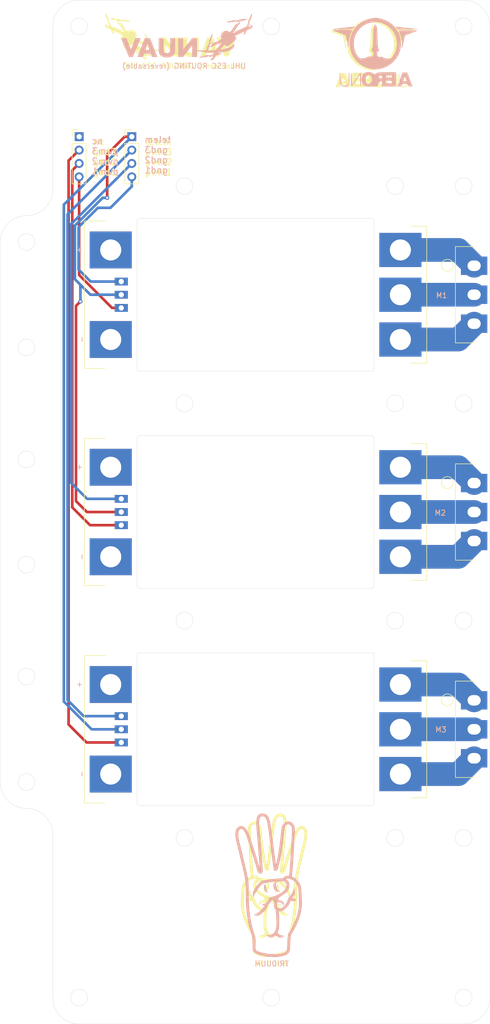
<source format=kicad_pcb>
(kicad_pcb (version 20171130) (host pcbnew 5.1.5+dfsg1-2build2)
  (layers (0 F.Cu signal) (31 B.Cu signal) (34 B.Paste user hide) (35 F.Paste user hide) (36 B.SilkS user) (37 F.SilkS user hide) (38 B.Mask user hide) (39 F.Mask user hide) (44 Edge.Cuts user))
  (net 0 "")
  (net 1 "Net-(J1-Pad1)")
  (net 2 "Net-(J1-Pad2)")
  (net 3 "Net-(J1-Pad3)")
  (net 4 GND1)
  (net 5 PWM1)
  (net 6 telem)
  (net 7 "Net-(J2-Pad1)")
  (net 8 "Net-(J3-Pad5)")
  (net 9 "Net-(J3-Pad4)")
  (net 10 PWM2)
  (net 11 GND2)
  (net 12 "Net-(J2-Pad5)")
  (net 13 "Net-(J2-Pad4)")
  (net 14 "Net-(J2-Pad3)")
  (net 15 "Net-(J2-Pad2)")
  (net 16 PWM3)
  (net 17 GND3)
  (net 18 "Net-(J4-Pad5)")
  (net 19 "Net-(J4-Pad4)")
  (net 20 "Net-(J4-Pad3)")
  (net 21 "Net-(J4-Pad2)")
  (net 22 "Net-(J4-Pad1)")
  (net 23 "Net-(J8-Pad1)")
  (module Logos:3fingers (layer B.Cu) (at 91.059 192.024 180)
    (fp_text reference G*** hide)
    (fp_text value LOGO hide)
  )
  (module Logos:3fingers (layer F.Cu) (at 91.948 192.024)
    (fp_text reference G*** hide)
    (fp_text value LOGO hide)
  )
  (module Logos:aeroNU (layer B.Cu) (at 110.998 34.29 180)
    (fp_text reference G*** hide)
    (fp_text value LOGO hide)
  )
  (module Logos:nuav7 (layer F.Cu) (at 72.39 30.988)
    (fp_text reference G*** hide)
    (fp_text value LOGO hide)
  )
  (module Logos:aeroNU (layer F.Cu) (at 110.998 34.417)
    (fp_text reference G*** hide)
    (fp_text value LOGO hide)
  )
  (module Logos:nuav7 (layer B.Cu) (at 75.438 31.115 180)
    (fp_text reference G*** hide)
    (fp_text value LOGO hide)
  )
  (module Connector_PinHeader_2.54mm:PinHeader_1x04_P2.54mm_Vertical (layer F.Cu) (at 55 50)
    (fp_text reference J8)
    (fp_text value jst2)
    (pad 4 thru_hole oval (at 0 7.62) (size 1.7 1.7) (drill 1) (layers *.Cu *.Mask) (net 4 GND1))
    (pad 3 thru_hole oval (at 0 5.08) (size 1.7 1.7) (drill 1) (layers *.Cu *.Mask) (net 17 GND3))
    (pad 2 thru_hole oval (at 0 2.54) (size 1.7 1.7) (drill 1) (layers *.Cu *.Mask) (net 11 GND2))
    (pad 1 thru_hole rect (at 0 0) (size 1.7 1.7) (drill 1) (layers *.Cu *.Mask) (net 23 "Net-(J8-Pad1)"))
  )
  (module Connector_PinHeader_2.54mm:PinHeader_1x04_P2.54mm_Vertical (layer F.Cu) (at 65 50)
    (fp_text reference J7)
    (fp_text value jst1)
    (pad 4 thru_hole oval (at 0 7.62) (size 1.7 1.7) (drill 1) (layers *.Cu *.Mask) (net 5 PWM1))
    (pad 3 thru_hole oval (at 0 5.08) (size 1.7 1.7) (drill 1) (layers *.Cu *.Mask) (net 16 PWM3))
    (pad 2 thru_hole oval (at 0 2.54) (size 1.7 1.7) (drill 1) (layers *.Cu *.Mask) (net 10 PWM2))
    (pad 1 thru_hole rect (at 0 0) (size 1.7 1.7) (drill 1) (layers *.Cu *.Mask) (net 6 telem))
  )
  (module "Custom Footprints:MR60" (layer F.Cu) (at 130 121.25 270)
    (fp_text reference J6)
    (fp_text value MR60)
    (pad 1 thru_hole rect (at -5.5 0 270) (size 3.5 5) (drill oval 2 2.5) (layers *.Cu *.Mask) (net 22 "Net-(J4-Pad1)"))
    (pad 2 thru_hole rect (at 0 0 270) (size 3.5 5) (drill oval 2 2.5) (layers *.Cu *.Mask) (net 21 "Net-(J4-Pad2)"))
    (pad 3 thru_hole rect (at 5.5 0 270) (size 3.5 5) (drill oval 2 2.5) (layers *.Cu *.Mask) (net 20 "Net-(J4-Pad3)"))
  )
  (module "Custom Footprints:MR60" (layer F.Cu) (at 130 162.5 270)
    (fp_text reference J5)
    (fp_text value MR60)
    (pad 1 thru_hole rect (at -5.5 0 270) (size 3.5 5) (drill oval 2 2.5) (layers *.Cu *.Mask) (net 7 "Net-(J2-Pad1)"))
    (pad 2 thru_hole rect (at 0 0 270) (size 3.5 5) (drill oval 2 2.5) (layers *.Cu *.Mask) (net 15 "Net-(J2-Pad2)"))
    (pad 3 thru_hole rect (at 5.5 0 270) (size 3.5 5) (drill oval 2 2.5) (layers *.Cu *.Mask) (net 14 "Net-(J2-Pad3)"))
  )
  (module "Custom Footprints:APD-ESC" (layer F.Cu) (at 115 121.25 270)
    (fp_text reference J4)
    (fp_text value "APD 120F3")
    (fp_text user _ (at 8.5 60 90) (layer B.SilkS))
    (fp_text user + (at -8.5 60 90) (layer B.SilkS))
    (pad 8 thru_hole rect (at -2.5 52 270) (size 1.5 2.5) (drill 1) (layers *.Cu *.Mask) (net 16 PWM3))
    (pad 7 thru_hole rect (at 0 52 270) (size 1.5 2.5) (drill 1) (layers *.Cu *.Mask) (net 6 telem))
    (pad 6 thru_hole rect (at 2.5 52 270) (size 1.5 2.5) (drill 1) (layers *.Cu *.Mask) (net 17 GND3))
    (pad 5 thru_hole rect (at 8.5 54 270) (size 7 8) (drill 4) (layers *.Cu *.Mask) (net 18 "Net-(J4-Pad5)"))
    (pad 4 thru_hole rect (at -8.5 54 270) (size 7 8) (drill 4) (layers *.Cu *.Mask) (net 19 "Net-(J4-Pad4)"))
    (pad 3 thru_hole rect (at 8.5 -1 270) (size 6.5 8) (drill 4) (layers *.Cu *.Mask) (net 20 "Net-(J4-Pad3)"))
    (pad 2 thru_hole rect (at 0 -1 270) (size 6.5 8) (drill 4) (layers *.Cu *.Mask) (net 21 "Net-(J4-Pad2)"))
    (pad 1 thru_hole rect (at -8.5 -1 270) (size 6.5 8) (drill 4) (layers *.Cu *.Mask) (net 22 "Net-(J4-Pad1)"))
  )
  (module "Custom Footprints:APD-ESC" (layer F.Cu) (at 115 80 270)
    (fp_text reference J3)
    (fp_text value "APD 120F3")
    (fp_text user _ (at 8.5 60 90) (layer B.SilkS))
    (fp_text user + (at -8.5 60 90) (layer B.SilkS))
    (pad 8 thru_hole rect (at -2.5 52 270) (size 1.5 2.5) (drill 1) (layers *.Cu *.Mask) (net 5 PWM1))
    (pad 7 thru_hole rect (at 0 52 270) (size 1.5 2.5) (drill 1) (layers *.Cu *.Mask) (net 6 telem))
    (pad 6 thru_hole rect (at 2.5 52 270) (size 1.5 2.5) (drill 1) (layers *.Cu *.Mask) (net 4 GND1))
    (pad 5 thru_hole rect (at 8.5 54 270) (size 7 8) (drill 4) (layers *.Cu *.Mask) (net 8 "Net-(J3-Pad5)"))
    (pad 4 thru_hole rect (at -8.5 54 270) (size 7 8) (drill 4) (layers *.Cu *.Mask) (net 9 "Net-(J3-Pad4)"))
    (pad 3 thru_hole rect (at 8.5 -1 270) (size 6.5 8) (drill 4) (layers *.Cu *.Mask) (net 3 "Net-(J1-Pad3)"))
    (pad 2 thru_hole rect (at 0 -1 270) (size 6.5 8) (drill 4) (layers *.Cu *.Mask) (net 2 "Net-(J1-Pad2)"))
    (pad 1 thru_hole rect (at -8.5 -1 270) (size 6.5 8) (drill 4) (layers *.Cu *.Mask) (net 1 "Net-(J1-Pad1)"))
  )
  (module "Custom Footprints:APD-ESC" (layer F.Cu) (at 115 162.5 270)
    (fp_text reference J2)
    (fp_text value "APD 120F3")
    (fp_text user _ (at 8.5 60 90) (layer B.SilkS))
    (fp_text user + (at -8.5 60 90) (layer B.SilkS))
    (pad 8 thru_hole rect (at -2.5 52 270) (size 1.5 2.5) (drill 1) (layers *.Cu *.Mask) (net 10 PWM2))
    (pad 7 thru_hole rect (at 0 52 270) (size 1.5 2.5) (drill 1) (layers *.Cu *.Mask) (net 6 telem))
    (pad 6 thru_hole rect (at 2.5 52 270) (size 1.5 2.5) (drill 1) (layers *.Cu *.Mask) (net 11 GND2))
    (pad 5 thru_hole rect (at 8.5 54 270) (size 7 8) (drill 4) (layers *.Cu *.Mask) (net 12 "Net-(J2-Pad5)"))
    (pad 4 thru_hole rect (at -8.5 54 270) (size 7 8) (drill 4) (layers *.Cu *.Mask) (net 13 "Net-(J2-Pad4)"))
    (pad 3 thru_hole rect (at 8.5 -1 270) (size 6.5 8) (drill 4) (layers *.Cu *.Mask) (net 14 "Net-(J2-Pad3)"))
    (pad 2 thru_hole rect (at 0 -1 270) (size 6.5 8) (drill 4) (layers *.Cu *.Mask) (net 15 "Net-(J2-Pad2)"))
    (pad 1 thru_hole rect (at -8.5 -1 270) (size 6.5 8) (drill 4) (layers *.Cu *.Mask) (net 7 "Net-(J2-Pad1)"))
  )
  (module "Custom Footprints:MR60" (layer F.Cu) (at 130 80 270)
    (fp_text reference J1)
    (fp_text value MR60)
    (pad 1 thru_hole rect (at -5.5 0 270) (size 3.5 5) (drill oval 2 2.5) (layers *.Cu *.Mask) (net 1 "Net-(J1-Pad1)"))
    (pad 2 thru_hole rect (at 0 0 270) (size 3.5 5) (drill oval 2 2.5) (layers *.Cu *.Mask) (net 2 "Net-(J1-Pad2)"))
    (pad 3 thru_hole rect (at 5.5 0 270) (size 3.5 5) (drill oval 2 2.5) (layers *.Cu *.Mask) (net 3 "Net-(J1-Pad3)"))
  )
  (gr_line (start 50 29.075) (end 50 60) (layer Edge.Cuts) (width 0.05))
  (gr_line (start 50 182.5) (end 50 213.425) (layer Edge.Cuts) (width 0.05))
  (gr_line (start 40 70) (end 40 172.5) (layer Edge.Cuts) (width 0.05))
  (gr_arc (start 45 182.5) (end 45 177.5) (angle 90) (layer Edge.Cuts) (width 0.05))
  (gr_arc (start 45 60) (end 50 60) (angle 90) (layer Edge.Cuts) (width 0.05))
  (gr_arc (start 45 172.5) (end 40 172.5) (angle -90) (layer Edge.Cuts) (width 0.05))
  (gr_arc (start 45 70) (end 45 65) (angle -90) (layer Edge.Cuts) (width 0.05))
  (gr_circle (center 45 172.5) (end 46.6 172.5) (layer Edge.Cuts) (width 0.05))
  (gr_circle (center 45 152.5) (end 46.6 152.5) (layer Edge.Cuts) (width 0.05))
  (gr_circle (center 45 131.25) (end 46.6 131.25) (layer Edge.Cuts) (width 0.05))
  (gr_circle (center 45 111.25) (end 46.6 111.25) (layer Edge.Cuts) (width 0.05))
  (gr_circle (center 45 70) (end 46.6 70) (layer Edge.Cuts) (width 0.05))
  (gr_circle (center 45 90) (end 46.6 90) (layer Edge.Cuts) (width 0.05))
  (gr_text TRIDUUM (at 91.567 207.01) (layer B.SilkS) (effects (font (size 1 1)) (justify mirror)))
  (gr_text TRIDUUM (at 91.567 207.01) (layer F.SilkS) (effects (font (size 1 1))))
  (gr_text "UHL ESC ROUTING (reversable)" (at 74.93 36.576) (layer B.SilkS) (effects (font (size 1 1)) (justify mirror)))
  (gr_text M3 (at 123.698 162.56) (layer B.SilkS) (effects (font (size 1 1))))
  (gr_text M2 (at 123.571 121.412) (layer B.SilkS) (effects (font (size 1 1))))
  (gr_text M1 (at 123.825 80.137) (layer B.SilkS) (effects (font (size 1 1))))
  (gr_text "telem\ngnd3\ngnd2\ngnd1" (at 67.31 53.467) (layer B.SilkS) (effects (font (size 1.2 1.2) (thickness 0.2)) (justify right mirror)))
  (gr_text "nc\npwm3\npwm2\npwm1" (at 57.277 53.721) (layer B.SilkS) (effects (font (size 1.2 1.2) (thickness 0.2)) (justify right mirror)))
  (gr_text "nc\ngnd3\ngnd2\ngnd1" (at 57.531 53.848) (layer F.SilkS) (effects (font (size 1.2 1.2) (thickness 0.2)) (justify left)))
  (gr_text M3 (at 123.698 162.56) (layer F.SilkS) (effects (font (size 1 1))))
  (gr_text M2 (at 123.571 121.412) (layer F.SilkS) (effects (font (size 1 1))))
  (gr_text M1 (at 123.825 80.137) (layer F.SilkS) (effects (font (size 1 1))))
  (gr_text "telem\npwm3\npwm2\npwm1" (at 67.437 53.848) (layer F.SilkS) (effects (font (size 1.2 1.2) (thickness 0.2)) (justify left)))
  (gr_text "UHL ESC ROUTING (reversable)" (at 74.93 36.576) (layer F.SilkS) (effects (font (size 1 1))))
  (gr_circle (center 115 183.125) (end 116.6 183.125) (layer Edge.Cuts) (width 0.05))
  (gr_circle (center 75 183.125) (end 76.6 183.125) (layer Edge.Cuts) (width 0.05))
  (gr_circle (center 115 141.875) (end 116.6 141.875) (layer Edge.Cuts) (width 0.05))
  (gr_circle (center 75 141.875) (end 76.6 141.875) (layer Edge.Cuts) (width 0.05))
  (gr_circle (center 115 59.375) (end 116.6 59.375) (layer Edge.Cuts) (width 0.05))
  (gr_circle (center 75 59.375) (end 76.6 59.375) (layer Edge.Cuts) (width 0.05))
  (gr_circle (center 115 100.625) (end 116.6 100.625) (layer Edge.Cuts) (width 0.05))
  (gr_circle (center 75 100.625) (end 76.6 100.625) (layer Edge.Cuts) (width 0.05))
  (gr_circle (center 128 183.125) (end 129.6 183.125) (layer Edge.Cuts) (width 0.05))
  (gr_circle (center 128 59.375) (end 129.6 59.375) (layer Edge.Cuts) (width 0.05))
  (gr_circle (center 128 141.875) (end 129.6 141.875) (layer Edge.Cuts) (width 0.05))
  (gr_circle (center 128 100.625) (end 129.6 100.625) (layer Edge.Cuts) (width 0.05))
  (gr_arc (start 128 213.425) (end 133 213.425) (angle 90) (layer Edge.Cuts) (width 0.05))
  (gr_arc (start 55 213.425) (end 50 213.425) (angle -90) (layer Edge.Cuts) (width 0.05))
  (gr_circle (center 91.5 213.425) (end 93.1 213.425) (layer Edge.Cuts) (width 0.05))
  (gr_circle (center 91.5 29.075) (end 93.1 29.075) (layer Edge.Cuts) (width 0.05))
  (gr_arc (start 128 29.075) (end 128 24.075) (angle 90) (layer Edge.Cuts) (width 0.05))
  (gr_arc (start 55 29.075) (end 55 24.075) (angle -90) (layer Edge.Cuts) (width 0.05))
  (gr_arc (start 110.5 176.5) (end 111 176.5) (angle 90) (layer Edge.Cuts) (width 0.05))
  (gr_arc (start 66.5 176.5) (end 66.5 177) (angle 90) (layer Edge.Cuts) (width 0.05))
  (gr_arc (start 66.5 148.5) (end 66.5 148) (angle -90) (layer Edge.Cuts) (width 0.05))
  (gr_arc (start 66.5 135.25) (end 66.5 135.75) (angle 90) (layer Edge.Cuts) (width 0.05))
  (gr_arc (start 110.5 135.25) (end 111 135.25) (angle 90) (layer Edge.Cuts) (width 0.05))
  (gr_arc (start 110.5 107.25) (end 111 107.25) (angle -90) (layer Edge.Cuts) (width 0.05))
  (gr_arc (start 66.5 107.25) (end 66.5 106.75) (angle -90) (layer Edge.Cuts) (width 0.05))
  (gr_arc (start 110.5 94) (end 111 94) (angle 90) (layer Edge.Cuts) (width 0.05))
  (gr_arc (start 66.5 94) (end 66 94) (angle -90) (layer Edge.Cuts) (width 0.05))
  (gr_arc (start 110.5 66) (end 110.5 65.5) (angle 90) (layer Edge.Cuts) (width 0.05))
  (gr_arc (start 66.5 66) (end 66.5 65.5) (angle -90) (layer Edge.Cuts) (width 0.05))
  (gr_line (start 66 176.5) (end 66 148.5) (layer Edge.Cuts) (width 0.05))
  (gr_line (start 66.5 177) (end 110.5 177) (layer Edge.Cuts) (width 0.05))
  (gr_line (start 111 148) (end 111 176.5) (layer Edge.Cuts) (width 0.05))
  (gr_line (start 66.5 148) (end 111 148) (layer Edge.Cuts) (width 0.05))
  (gr_line (start 66 135.25) (end 66 107.25) (layer Edge.Cuts) (width 0.05))
  (gr_line (start 66.5 135.75) (end 110.5 135.75) (layer Edge.Cuts) (width 0.05))
  (gr_line (start 111 107.25) (end 111 135.25) (layer Edge.Cuts) (width 0.05))
  (gr_line (start 66.5 106.75) (end 110.5 106.75) (layer Edge.Cuts) (width 0.05))
  (gr_line (start 66 94) (end 66 66) (layer Edge.Cuts) (width 0.05))
  (gr_line (start 110.5 94.5) (end 66.5 94.5) (layer Edge.Cuts) (width 0.05))
  (gr_line (start 111 66) (end 111 94) (layer Edge.Cuts) (width 0.05))
  (gr_line (start 66.5 65.5) (end 110.5 65.5) (layer Edge.Cuts) (width 0.05))
  (gr_circle (center 128 213.425) (end 129.6 213.425) (layer Edge.Cuts) (width 0.05))
  (gr_circle (center 55 213.425) (end 56.6 213.425) (layer Edge.Cuts) (width 0.05))
  (gr_circle (center 128 29.075) (end 129.6 29.075) (layer Edge.Cuts) (width 0.05))
  (gr_circle (center 55 29.075) (end 56.6 29.075) (layer Edge.Cuts) (width 0.05))
  (gr_line (start 55 218.425) (end 128 218.425) (layer Edge.Cuts) (width 0.05))
  (gr_line (start 133 29.075) (end 133 213.425) (layer Edge.Cuts) (width 0.05))
  (gr_line (start 55 24.075) (end 128 24.075) (layer Edge.Cuts) (width 0.05))
  (segment (start 127 71.5) (end 130 74.5) (width 4.5) (layer B.Cu) (net 1))
  (segment (start 116 71.5) (end 127 71.5) (width 4.5) (layer B.Cu) (net 1))
  (segment (start 127 71.5) (end 130 74.5) (width 4.5) (layer F.Cu) (net 1))
  (segment (start 116 71.5) (end 127 71.5) (width 4.5) (layer F.Cu) (net 1))
  (segment (start 116 80) (end 130 80) (width 4.5) (layer B.Cu) (net 2))
  (segment (start 116 80) (end 130 80) (width 4.5) (layer F.Cu) (net 2))
  (segment (start 127 88.5) (end 130 85.5) (width 4.5) (layer B.Cu) (net 3))
  (segment (start 116 88.5) (end 127 88.5) (width 4.5) (layer B.Cu) (net 3))
  (segment (start 127 88.5) (end 130 85.5) (width 4.5) (layer F.Cu) (net 3))
  (segment (start 116 88.5) (end 127 88.5) (width 4.5) (layer F.Cu) (net 3))
  (segment (start 55 58.822081) (end 55 57.62) (width 0.5) (layer F.Cu) (net 4))
  (segment (start 55 76.25) (end 55 58.822081) (width 0.5) (layer F.Cu) (net 4))
  (segment (start 61.25 82.5) (end 55 76.25) (width 0.5) (layer F.Cu) (net 4))
  (segment (start 63 82.5) (end 61.25 82.5) (width 0.5) (layer F.Cu) (net 4))
  (segment (start 54.899954 75.219954) (end 57.18 77.5) (width 0.5) (layer B.Cu) (net 5))
  (segment (start 57.18 77.5) (end 63 77.5) (width 0.5) (layer B.Cu) (net 5))
  (segment (start 54.899954 67.15997) (end 54.899954 75.219954) (width 0.5) (layer B.Cu) (net 5))
  (segment (start 58.559924 63.5) (end 54.899954 67.15997) (width 0.5) (layer B.Cu) (net 5))
  (segment (start 60.948002 63.5) (end 58.559924 63.5) (width 0.5) (layer B.Cu) (net 5))
  (segment (start 65 59.448002) (end 60.948002 63.5) (width 0.5) (layer B.Cu) (net 5))
  (segment (start 65 57.62) (end 65 59.448002) (width 0.5) (layer B.Cu) (net 5))
  (via (at 55.245 81.28) (size 0.8) (drill 0.4) (layers F.Cu B.Cu) (net 6))
  (via (at 60.325 61.595) (size 0.8) (drill 0.4) (layers F.Cu B.Cu) (net 6))
  (segment (start 52.50997 62.49003) (end 65 50) (width 0.5) (layer B.Cu) (net 6))
  (segment (start 52.099914 62.900086) (end 52.50997 62.49003) (width 0.5) (layer B.Cu) (net 6))
  (segment (start 52.099914 157.229877) (end 52.099914 62.900086) (width 0.5) (layer B.Cu) (net 6))
  (segment (start 57.370037 162.5) (end 52.099914 157.229877) (width 0.5) (layer B.Cu) (net 6))
  (segment (start 63 162.5) (end 57.370037 162.5) (width 0.5) (layer B.Cu) (net 6))
  (segment (start 54.199944 66.870018) (end 59.474961 61.595) (width 0.5) (layer B.Cu) (net 6))
  (segment (start 54.199944 77.059944) (end 54.199944 66.870018) (width 0.5) (layer B.Cu) (net 6))
  (segment (start 57.14 80) (end 54.199944 77.059944) (width 0.5) (layer B.Cu) (net 6))
  (segment (start 59.474961 61.595) (end 60.325 61.595) (width 0.5) (layer B.Cu) (net 6))
  (segment (start 63 80) (end 57.14 80) (width 0.5) (layer B.Cu) (net 6))
  (segment (start 63 121.25) (end 56.48 121.25) (width 0.5) (layer F.Cu) (net 6))
  (segment (start 56.48 121.25) (end 61.189998 121.25) (width 0.5) (layer F.Cu) (net 6))
  (segment (start 55.245 78.105) (end 54.199944 77.059944) (width 0.5) (layer B.Cu) (net 6))
  (segment (start 55.245 81.28) (end 55.245 78.105) (width 0.5) (layer B.Cu) (net 6))
  (segment (start 60.325 53.325) (end 63.65 50) (width 0.5) (layer F.Cu) (net 6))
  (segment (start 63.65 50) (end 65 50) (width 0.5) (layer F.Cu) (net 6))
  (segment (start 60.325 61.595) (end 60.325 53.325) (width 0.5) (layer F.Cu) (net 6))
  (segment (start 54.61 81.915) (end 55.245 81.28) (width 0.5) (layer F.Cu) (net 6))
  (segment (start 54.400009 82.124991) (end 54.61 81.915) (width 0.5) (layer F.Cu) (net 6))
  (segment (start 54.400009 119.170009) (end 54.400009 82.124991) (width 0.5) (layer F.Cu) (net 6))
  (segment (start 56.48 121.25) (end 54.400009 119.170009) (width 0.5) (layer F.Cu) (net 6))
  (segment (start 127 154) (end 130 157) (width 4.5) (layer B.Cu) (net 7))
  (segment (start 116 154) (end 127 154) (width 4.5) (layer B.Cu) (net 7))
  (segment (start 127 154) (end 130 157) (width 4.5) (layer F.Cu) (net 7))
  (segment (start 116 154) (end 127 154) (width 4.5) (layer F.Cu) (net 7))
  (segment (start 53.20998 64.33002) (end 65 52.54) (width 0.5) (layer B.Cu) (net 10))
  (segment (start 52.799924 64.740076) (end 53.20998 64.33002) (width 0.5) (layer B.Cu) (net 10))
  (segment (start 52.799924 156.939924) (end 52.799924 64.740076) (width 0.5) (layer B.Cu) (net 10))
  (segment (start 55.86 160) (end 52.799924 156.939924) (width 0.5) (layer B.Cu) (net 10))
  (segment (start 63 160) (end 55.86 160) (width 0.5) (layer B.Cu) (net 10))
  (segment (start 61.25 165) (end 63 165) (width 0.5) (layer F.Cu) (net 11))
  (segment (start 56.415 165) (end 61.25 165) (width 0.5) (layer F.Cu) (net 11))
  (segment (start 52.999989 161.584989) (end 56.415 165) (width 0.5) (layer F.Cu) (net 11))
  (segment (start 52.999989 54.540011) (end 52.999989 161.584989) (width 0.5) (layer F.Cu) (net 11))
  (segment (start 55 52.54) (end 52.999989 54.540011) (width 0.5) (layer F.Cu) (net 11))
  (segment (start 127 171) (end 130 168) (width 4.5) (layer B.Cu) (net 14))
  (segment (start 116 171) (end 127 171) (width 4.5) (layer B.Cu) (net 14))
  (segment (start 127 171) (end 130 168) (width 4.5) (layer F.Cu) (net 14))
  (segment (start 116 171) (end 127 171) (width 4.5) (layer F.Cu) (net 14))
  (segment (start 116 162.5) (end 130 162.5) (width 4.5) (layer B.Cu) (net 15))
  (segment (start 116 162.5) (end 130 162.5) (width 4.5) (layer F.Cu) (net 15))
  (segment (start 56.52 118.75) (end 63 118.75) (width 0.5) (layer B.Cu) (net 16))
  (segment (start 53.499934 115.729934) (end 56.52 118.75) (width 0.5) (layer B.Cu) (net 16))
  (segment (start 53.499934 66.580065) (end 53.499934 115.729934) (width 0.5) (layer B.Cu) (net 16))
  (segment (start 65 55.08) (end 53.499934 66.580065) (width 0.5) (layer B.Cu) (net 16))
  (segment (start 57.075 123.75) (end 63 123.75) (width 0.5) (layer F.Cu) (net 17))
  (segment (start 53.699999 120.374999) (end 57.075 123.75) (width 0.5) (layer F.Cu) (net 17))
  (segment (start 53.699999 56.380001) (end 53.699999 120.374999) (width 0.5) (layer F.Cu) (net 17))
  (segment (start 55 55.08) (end 53.699999 56.380001) (width 0.5) (layer F.Cu) (net 17))
  (segment (start 127 129.75) (end 130 126.75) (width 4.5) (layer F.Cu) (net 20))
  (segment (start 116 129.75) (end 127 129.75) (width 4.5) (layer F.Cu) (net 20))
  (segment (start 127 129.75) (end 130 126.75) (width 4.5) (layer B.Cu) (net 20))
  (segment (start 116 129.75) (end 127 129.75) (width 4.5) (layer B.Cu) (net 20))
  (segment (start 116 121.25) (end 130 121.25) (width 4.5) (layer F.Cu) (net 21))
  (segment (start 116 121.25) (end 130 121.25) (width 4.5) (layer B.Cu) (net 21))
  (segment (start 127 112.75) (end 130 115.75) (width 4.5) (layer F.Cu) (net 22))
  (segment (start 116 112.75) (end 127 112.75) (width 4.5) (layer F.Cu) (net 22))
  (segment (start 127 112.75) (end 130 115.75) (width 4.5) (layer B.Cu) (net 22))
  (segment (start 116 112.75) (end 127 112.75) (width 4.5) (layer B.Cu) (net 22))
)
</source>
